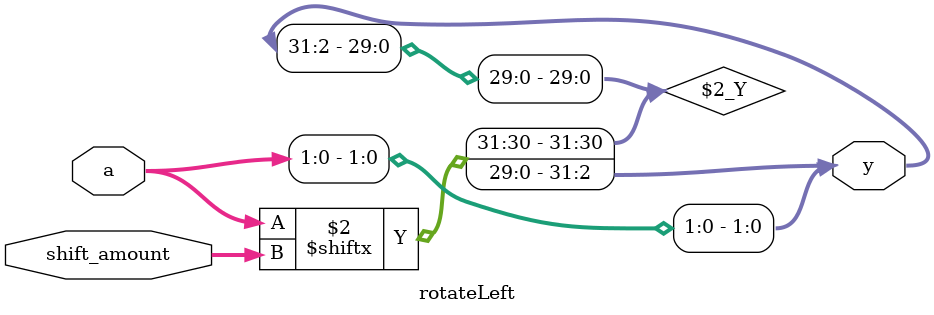
<source format=v>
module rotateLeft (
    input wire [31:0] a,
    input wire [4:0] shift_amount,
    output reg [31:0] y
);

assign y = {a[31:shift_amount], a[shift_amount-1:0]};

endmodule

</source>
